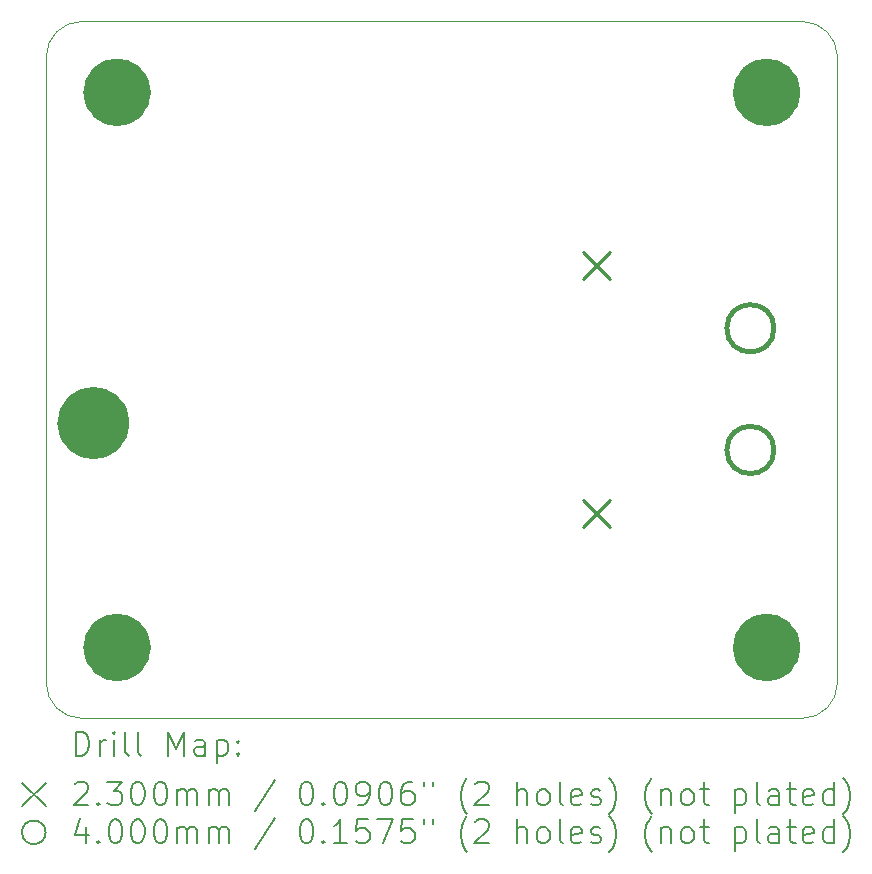
<source format=gbr>
%TF.GenerationSoftware,KiCad,Pcbnew,(6.0.8)*%
%TF.CreationDate,2022-10-08T19:14:47-07:00*%
%TF.ProjectId,opnsense-gps-pps,6f706e73-656e-4736-952d-6770732d7070,rev?*%
%TF.SameCoordinates,Original*%
%TF.FileFunction,Drillmap*%
%TF.FilePolarity,Positive*%
%FSLAX45Y45*%
G04 Gerber Fmt 4.5, Leading zero omitted, Abs format (unit mm)*
G04 Created by KiCad (PCBNEW (6.0.8)) date 2022-10-08 19:14:47*
%MOMM*%
%LPD*%
G01*
G04 APERTURE LIST*
%ADD10C,2.850000*%
%ADD11C,0.100000*%
%ADD12C,3.075000*%
%ADD13C,0.200000*%
%ADD14C,0.230000*%
%ADD15C,0.400000*%
G04 APERTURE END LIST*
D10*
X7142500Y-5000000D02*
G75*
G03*
X7142500Y-5000000I-142500J0D01*
G01*
X7142500Y-9700000D02*
G75*
G03*
X7142500Y-9700000I-142500J0D01*
G01*
X12642500Y-9700000D02*
G75*
G03*
X12642500Y-9700000I-142500J0D01*
G01*
D11*
X6700000Y-4400000D02*
X12800000Y-4400000D01*
X6400000Y-10000000D02*
X6400000Y-4700000D01*
X12800000Y-10300000D02*
X6700000Y-10300000D01*
X13100000Y-4700000D02*
X13100000Y-10000000D01*
X12800000Y-10300000D02*
G75*
G03*
X13100000Y-10000000I0J300000D01*
G01*
X6400000Y-10000000D02*
G75*
G03*
X6700000Y-10300000I300000J0D01*
G01*
X6700000Y-4400000D02*
G75*
G03*
X6400000Y-4700000I0J-300000D01*
G01*
X13100000Y-4700000D02*
G75*
G03*
X12800000Y-4400000I-300000J0D01*
G01*
D12*
X6953750Y-7800000D02*
G75*
G03*
X6953750Y-7800000I-153750J0D01*
G01*
D10*
X12642500Y-5000000D02*
G75*
G03*
X12642500Y-5000000I-142500J0D01*
G01*
D13*
D14*
X10947500Y-6347500D02*
X11177500Y-6577500D01*
X11177500Y-6347500D02*
X10947500Y-6577500D01*
X10947500Y-8447500D02*
X11177500Y-8677500D01*
X11177500Y-8447500D02*
X10947500Y-8677500D01*
D15*
X12562500Y-6997500D02*
G75*
G03*
X12562500Y-6997500I-200000J0D01*
G01*
X12562500Y-8027500D02*
G75*
G03*
X12562500Y-8027500I-200000J0D01*
G01*
D13*
X6652619Y-10615476D02*
X6652619Y-10415476D01*
X6700238Y-10415476D01*
X6728809Y-10425000D01*
X6747857Y-10444048D01*
X6757381Y-10463095D01*
X6766905Y-10501190D01*
X6766905Y-10529762D01*
X6757381Y-10567857D01*
X6747857Y-10586905D01*
X6728809Y-10605952D01*
X6700238Y-10615476D01*
X6652619Y-10615476D01*
X6852619Y-10615476D02*
X6852619Y-10482143D01*
X6852619Y-10520238D02*
X6862143Y-10501190D01*
X6871667Y-10491667D01*
X6890714Y-10482143D01*
X6909762Y-10482143D01*
X6976428Y-10615476D02*
X6976428Y-10482143D01*
X6976428Y-10415476D02*
X6966905Y-10425000D01*
X6976428Y-10434524D01*
X6985952Y-10425000D01*
X6976428Y-10415476D01*
X6976428Y-10434524D01*
X7100238Y-10615476D02*
X7081190Y-10605952D01*
X7071667Y-10586905D01*
X7071667Y-10415476D01*
X7205000Y-10615476D02*
X7185952Y-10605952D01*
X7176428Y-10586905D01*
X7176428Y-10415476D01*
X7433571Y-10615476D02*
X7433571Y-10415476D01*
X7500238Y-10558333D01*
X7566905Y-10415476D01*
X7566905Y-10615476D01*
X7747857Y-10615476D02*
X7747857Y-10510714D01*
X7738333Y-10491667D01*
X7719286Y-10482143D01*
X7681190Y-10482143D01*
X7662143Y-10491667D01*
X7747857Y-10605952D02*
X7728809Y-10615476D01*
X7681190Y-10615476D01*
X7662143Y-10605952D01*
X7652619Y-10586905D01*
X7652619Y-10567857D01*
X7662143Y-10548810D01*
X7681190Y-10539286D01*
X7728809Y-10539286D01*
X7747857Y-10529762D01*
X7843095Y-10482143D02*
X7843095Y-10682143D01*
X7843095Y-10491667D02*
X7862143Y-10482143D01*
X7900238Y-10482143D01*
X7919286Y-10491667D01*
X7928809Y-10501190D01*
X7938333Y-10520238D01*
X7938333Y-10577381D01*
X7928809Y-10596429D01*
X7919286Y-10605952D01*
X7900238Y-10615476D01*
X7862143Y-10615476D01*
X7843095Y-10605952D01*
X8024048Y-10596429D02*
X8033571Y-10605952D01*
X8024048Y-10615476D01*
X8014524Y-10605952D01*
X8024048Y-10596429D01*
X8024048Y-10615476D01*
X8024048Y-10491667D02*
X8033571Y-10501190D01*
X8024048Y-10510714D01*
X8014524Y-10501190D01*
X8024048Y-10491667D01*
X8024048Y-10510714D01*
X6195000Y-10845000D02*
X6395000Y-11045000D01*
X6395000Y-10845000D02*
X6195000Y-11045000D01*
X6643095Y-10854524D02*
X6652619Y-10845000D01*
X6671667Y-10835476D01*
X6719286Y-10835476D01*
X6738333Y-10845000D01*
X6747857Y-10854524D01*
X6757381Y-10873571D01*
X6757381Y-10892619D01*
X6747857Y-10921190D01*
X6633571Y-11035476D01*
X6757381Y-11035476D01*
X6843095Y-11016429D02*
X6852619Y-11025952D01*
X6843095Y-11035476D01*
X6833571Y-11025952D01*
X6843095Y-11016429D01*
X6843095Y-11035476D01*
X6919286Y-10835476D02*
X7043095Y-10835476D01*
X6976428Y-10911667D01*
X7005000Y-10911667D01*
X7024048Y-10921190D01*
X7033571Y-10930714D01*
X7043095Y-10949762D01*
X7043095Y-10997381D01*
X7033571Y-11016429D01*
X7024048Y-11025952D01*
X7005000Y-11035476D01*
X6947857Y-11035476D01*
X6928809Y-11025952D01*
X6919286Y-11016429D01*
X7166905Y-10835476D02*
X7185952Y-10835476D01*
X7205000Y-10845000D01*
X7214524Y-10854524D01*
X7224048Y-10873571D01*
X7233571Y-10911667D01*
X7233571Y-10959286D01*
X7224048Y-10997381D01*
X7214524Y-11016429D01*
X7205000Y-11025952D01*
X7185952Y-11035476D01*
X7166905Y-11035476D01*
X7147857Y-11025952D01*
X7138333Y-11016429D01*
X7128809Y-10997381D01*
X7119286Y-10959286D01*
X7119286Y-10911667D01*
X7128809Y-10873571D01*
X7138333Y-10854524D01*
X7147857Y-10845000D01*
X7166905Y-10835476D01*
X7357381Y-10835476D02*
X7376428Y-10835476D01*
X7395476Y-10845000D01*
X7405000Y-10854524D01*
X7414524Y-10873571D01*
X7424048Y-10911667D01*
X7424048Y-10959286D01*
X7414524Y-10997381D01*
X7405000Y-11016429D01*
X7395476Y-11025952D01*
X7376428Y-11035476D01*
X7357381Y-11035476D01*
X7338333Y-11025952D01*
X7328809Y-11016429D01*
X7319286Y-10997381D01*
X7309762Y-10959286D01*
X7309762Y-10911667D01*
X7319286Y-10873571D01*
X7328809Y-10854524D01*
X7338333Y-10845000D01*
X7357381Y-10835476D01*
X7509762Y-11035476D02*
X7509762Y-10902143D01*
X7509762Y-10921190D02*
X7519286Y-10911667D01*
X7538333Y-10902143D01*
X7566905Y-10902143D01*
X7585952Y-10911667D01*
X7595476Y-10930714D01*
X7595476Y-11035476D01*
X7595476Y-10930714D02*
X7605000Y-10911667D01*
X7624048Y-10902143D01*
X7652619Y-10902143D01*
X7671667Y-10911667D01*
X7681190Y-10930714D01*
X7681190Y-11035476D01*
X7776428Y-11035476D02*
X7776428Y-10902143D01*
X7776428Y-10921190D02*
X7785952Y-10911667D01*
X7805000Y-10902143D01*
X7833571Y-10902143D01*
X7852619Y-10911667D01*
X7862143Y-10930714D01*
X7862143Y-11035476D01*
X7862143Y-10930714D02*
X7871667Y-10911667D01*
X7890714Y-10902143D01*
X7919286Y-10902143D01*
X7938333Y-10911667D01*
X7947857Y-10930714D01*
X7947857Y-11035476D01*
X8338333Y-10825952D02*
X8166905Y-11083095D01*
X8595476Y-10835476D02*
X8614524Y-10835476D01*
X8633571Y-10845000D01*
X8643095Y-10854524D01*
X8652619Y-10873571D01*
X8662143Y-10911667D01*
X8662143Y-10959286D01*
X8652619Y-10997381D01*
X8643095Y-11016429D01*
X8633571Y-11025952D01*
X8614524Y-11035476D01*
X8595476Y-11035476D01*
X8576429Y-11025952D01*
X8566905Y-11016429D01*
X8557381Y-10997381D01*
X8547857Y-10959286D01*
X8547857Y-10911667D01*
X8557381Y-10873571D01*
X8566905Y-10854524D01*
X8576429Y-10845000D01*
X8595476Y-10835476D01*
X8747857Y-11016429D02*
X8757381Y-11025952D01*
X8747857Y-11035476D01*
X8738333Y-11025952D01*
X8747857Y-11016429D01*
X8747857Y-11035476D01*
X8881190Y-10835476D02*
X8900238Y-10835476D01*
X8919286Y-10845000D01*
X8928810Y-10854524D01*
X8938333Y-10873571D01*
X8947857Y-10911667D01*
X8947857Y-10959286D01*
X8938333Y-10997381D01*
X8928810Y-11016429D01*
X8919286Y-11025952D01*
X8900238Y-11035476D01*
X8881190Y-11035476D01*
X8862143Y-11025952D01*
X8852619Y-11016429D01*
X8843095Y-10997381D01*
X8833571Y-10959286D01*
X8833571Y-10911667D01*
X8843095Y-10873571D01*
X8852619Y-10854524D01*
X8862143Y-10845000D01*
X8881190Y-10835476D01*
X9043095Y-11035476D02*
X9081190Y-11035476D01*
X9100238Y-11025952D01*
X9109762Y-11016429D01*
X9128810Y-10987857D01*
X9138333Y-10949762D01*
X9138333Y-10873571D01*
X9128810Y-10854524D01*
X9119286Y-10845000D01*
X9100238Y-10835476D01*
X9062143Y-10835476D01*
X9043095Y-10845000D01*
X9033571Y-10854524D01*
X9024048Y-10873571D01*
X9024048Y-10921190D01*
X9033571Y-10940238D01*
X9043095Y-10949762D01*
X9062143Y-10959286D01*
X9100238Y-10959286D01*
X9119286Y-10949762D01*
X9128810Y-10940238D01*
X9138333Y-10921190D01*
X9262143Y-10835476D02*
X9281190Y-10835476D01*
X9300238Y-10845000D01*
X9309762Y-10854524D01*
X9319286Y-10873571D01*
X9328810Y-10911667D01*
X9328810Y-10959286D01*
X9319286Y-10997381D01*
X9309762Y-11016429D01*
X9300238Y-11025952D01*
X9281190Y-11035476D01*
X9262143Y-11035476D01*
X9243095Y-11025952D01*
X9233571Y-11016429D01*
X9224048Y-10997381D01*
X9214524Y-10959286D01*
X9214524Y-10911667D01*
X9224048Y-10873571D01*
X9233571Y-10854524D01*
X9243095Y-10845000D01*
X9262143Y-10835476D01*
X9500238Y-10835476D02*
X9462143Y-10835476D01*
X9443095Y-10845000D01*
X9433571Y-10854524D01*
X9414524Y-10883095D01*
X9405000Y-10921190D01*
X9405000Y-10997381D01*
X9414524Y-11016429D01*
X9424048Y-11025952D01*
X9443095Y-11035476D01*
X9481190Y-11035476D01*
X9500238Y-11025952D01*
X9509762Y-11016429D01*
X9519286Y-10997381D01*
X9519286Y-10949762D01*
X9509762Y-10930714D01*
X9500238Y-10921190D01*
X9481190Y-10911667D01*
X9443095Y-10911667D01*
X9424048Y-10921190D01*
X9414524Y-10930714D01*
X9405000Y-10949762D01*
X9595476Y-10835476D02*
X9595476Y-10873571D01*
X9671667Y-10835476D02*
X9671667Y-10873571D01*
X9966905Y-11111667D02*
X9957381Y-11102143D01*
X9938333Y-11073571D01*
X9928810Y-11054524D01*
X9919286Y-11025952D01*
X9909762Y-10978333D01*
X9909762Y-10940238D01*
X9919286Y-10892619D01*
X9928810Y-10864048D01*
X9938333Y-10845000D01*
X9957381Y-10816429D01*
X9966905Y-10806905D01*
X10033571Y-10854524D02*
X10043095Y-10845000D01*
X10062143Y-10835476D01*
X10109762Y-10835476D01*
X10128810Y-10845000D01*
X10138333Y-10854524D01*
X10147857Y-10873571D01*
X10147857Y-10892619D01*
X10138333Y-10921190D01*
X10024048Y-11035476D01*
X10147857Y-11035476D01*
X10385952Y-11035476D02*
X10385952Y-10835476D01*
X10471667Y-11035476D02*
X10471667Y-10930714D01*
X10462143Y-10911667D01*
X10443095Y-10902143D01*
X10414524Y-10902143D01*
X10395476Y-10911667D01*
X10385952Y-10921190D01*
X10595476Y-11035476D02*
X10576429Y-11025952D01*
X10566905Y-11016429D01*
X10557381Y-10997381D01*
X10557381Y-10940238D01*
X10566905Y-10921190D01*
X10576429Y-10911667D01*
X10595476Y-10902143D01*
X10624048Y-10902143D01*
X10643095Y-10911667D01*
X10652619Y-10921190D01*
X10662143Y-10940238D01*
X10662143Y-10997381D01*
X10652619Y-11016429D01*
X10643095Y-11025952D01*
X10624048Y-11035476D01*
X10595476Y-11035476D01*
X10776429Y-11035476D02*
X10757381Y-11025952D01*
X10747857Y-11006905D01*
X10747857Y-10835476D01*
X10928810Y-11025952D02*
X10909762Y-11035476D01*
X10871667Y-11035476D01*
X10852619Y-11025952D01*
X10843095Y-11006905D01*
X10843095Y-10930714D01*
X10852619Y-10911667D01*
X10871667Y-10902143D01*
X10909762Y-10902143D01*
X10928810Y-10911667D01*
X10938333Y-10930714D01*
X10938333Y-10949762D01*
X10843095Y-10968810D01*
X11014524Y-11025952D02*
X11033571Y-11035476D01*
X11071667Y-11035476D01*
X11090714Y-11025952D01*
X11100238Y-11006905D01*
X11100238Y-10997381D01*
X11090714Y-10978333D01*
X11071667Y-10968810D01*
X11043095Y-10968810D01*
X11024048Y-10959286D01*
X11014524Y-10940238D01*
X11014524Y-10930714D01*
X11024048Y-10911667D01*
X11043095Y-10902143D01*
X11071667Y-10902143D01*
X11090714Y-10911667D01*
X11166905Y-11111667D02*
X11176429Y-11102143D01*
X11195476Y-11073571D01*
X11205000Y-11054524D01*
X11214524Y-11025952D01*
X11224048Y-10978333D01*
X11224048Y-10940238D01*
X11214524Y-10892619D01*
X11205000Y-10864048D01*
X11195476Y-10845000D01*
X11176429Y-10816429D01*
X11166905Y-10806905D01*
X11528809Y-11111667D02*
X11519286Y-11102143D01*
X11500238Y-11073571D01*
X11490714Y-11054524D01*
X11481190Y-11025952D01*
X11471667Y-10978333D01*
X11471667Y-10940238D01*
X11481190Y-10892619D01*
X11490714Y-10864048D01*
X11500238Y-10845000D01*
X11519286Y-10816429D01*
X11528809Y-10806905D01*
X11605000Y-10902143D02*
X11605000Y-11035476D01*
X11605000Y-10921190D02*
X11614524Y-10911667D01*
X11633571Y-10902143D01*
X11662143Y-10902143D01*
X11681190Y-10911667D01*
X11690714Y-10930714D01*
X11690714Y-11035476D01*
X11814524Y-11035476D02*
X11795476Y-11025952D01*
X11785952Y-11016429D01*
X11776428Y-10997381D01*
X11776428Y-10940238D01*
X11785952Y-10921190D01*
X11795476Y-10911667D01*
X11814524Y-10902143D01*
X11843095Y-10902143D01*
X11862143Y-10911667D01*
X11871667Y-10921190D01*
X11881190Y-10940238D01*
X11881190Y-10997381D01*
X11871667Y-11016429D01*
X11862143Y-11025952D01*
X11843095Y-11035476D01*
X11814524Y-11035476D01*
X11938333Y-10902143D02*
X12014524Y-10902143D01*
X11966905Y-10835476D02*
X11966905Y-11006905D01*
X11976428Y-11025952D01*
X11995476Y-11035476D01*
X12014524Y-11035476D01*
X12233571Y-10902143D02*
X12233571Y-11102143D01*
X12233571Y-10911667D02*
X12252619Y-10902143D01*
X12290714Y-10902143D01*
X12309762Y-10911667D01*
X12319286Y-10921190D01*
X12328809Y-10940238D01*
X12328809Y-10997381D01*
X12319286Y-11016429D01*
X12309762Y-11025952D01*
X12290714Y-11035476D01*
X12252619Y-11035476D01*
X12233571Y-11025952D01*
X12443095Y-11035476D02*
X12424048Y-11025952D01*
X12414524Y-11006905D01*
X12414524Y-10835476D01*
X12605000Y-11035476D02*
X12605000Y-10930714D01*
X12595476Y-10911667D01*
X12576428Y-10902143D01*
X12538333Y-10902143D01*
X12519286Y-10911667D01*
X12605000Y-11025952D02*
X12585952Y-11035476D01*
X12538333Y-11035476D01*
X12519286Y-11025952D01*
X12509762Y-11006905D01*
X12509762Y-10987857D01*
X12519286Y-10968810D01*
X12538333Y-10959286D01*
X12585952Y-10959286D01*
X12605000Y-10949762D01*
X12671667Y-10902143D02*
X12747857Y-10902143D01*
X12700238Y-10835476D02*
X12700238Y-11006905D01*
X12709762Y-11025952D01*
X12728809Y-11035476D01*
X12747857Y-11035476D01*
X12890714Y-11025952D02*
X12871667Y-11035476D01*
X12833571Y-11035476D01*
X12814524Y-11025952D01*
X12805000Y-11006905D01*
X12805000Y-10930714D01*
X12814524Y-10911667D01*
X12833571Y-10902143D01*
X12871667Y-10902143D01*
X12890714Y-10911667D01*
X12900238Y-10930714D01*
X12900238Y-10949762D01*
X12805000Y-10968810D01*
X13071667Y-11035476D02*
X13071667Y-10835476D01*
X13071667Y-11025952D02*
X13052619Y-11035476D01*
X13014524Y-11035476D01*
X12995476Y-11025952D01*
X12985952Y-11016429D01*
X12976428Y-10997381D01*
X12976428Y-10940238D01*
X12985952Y-10921190D01*
X12995476Y-10911667D01*
X13014524Y-10902143D01*
X13052619Y-10902143D01*
X13071667Y-10911667D01*
X13147857Y-11111667D02*
X13157381Y-11102143D01*
X13176428Y-11073571D01*
X13185952Y-11054524D01*
X13195476Y-11025952D01*
X13205000Y-10978333D01*
X13205000Y-10940238D01*
X13195476Y-10892619D01*
X13185952Y-10864048D01*
X13176428Y-10845000D01*
X13157381Y-10816429D01*
X13147857Y-10806905D01*
X6395000Y-11265000D02*
G75*
G03*
X6395000Y-11265000I-100000J0D01*
G01*
X6738333Y-11222143D02*
X6738333Y-11355476D01*
X6690714Y-11145952D02*
X6643095Y-11288809D01*
X6766905Y-11288809D01*
X6843095Y-11336428D02*
X6852619Y-11345952D01*
X6843095Y-11355476D01*
X6833571Y-11345952D01*
X6843095Y-11336428D01*
X6843095Y-11355476D01*
X6976428Y-11155476D02*
X6995476Y-11155476D01*
X7014524Y-11165000D01*
X7024048Y-11174524D01*
X7033571Y-11193571D01*
X7043095Y-11231667D01*
X7043095Y-11279286D01*
X7033571Y-11317381D01*
X7024048Y-11336428D01*
X7014524Y-11345952D01*
X6995476Y-11355476D01*
X6976428Y-11355476D01*
X6957381Y-11345952D01*
X6947857Y-11336428D01*
X6938333Y-11317381D01*
X6928809Y-11279286D01*
X6928809Y-11231667D01*
X6938333Y-11193571D01*
X6947857Y-11174524D01*
X6957381Y-11165000D01*
X6976428Y-11155476D01*
X7166905Y-11155476D02*
X7185952Y-11155476D01*
X7205000Y-11165000D01*
X7214524Y-11174524D01*
X7224048Y-11193571D01*
X7233571Y-11231667D01*
X7233571Y-11279286D01*
X7224048Y-11317381D01*
X7214524Y-11336428D01*
X7205000Y-11345952D01*
X7185952Y-11355476D01*
X7166905Y-11355476D01*
X7147857Y-11345952D01*
X7138333Y-11336428D01*
X7128809Y-11317381D01*
X7119286Y-11279286D01*
X7119286Y-11231667D01*
X7128809Y-11193571D01*
X7138333Y-11174524D01*
X7147857Y-11165000D01*
X7166905Y-11155476D01*
X7357381Y-11155476D02*
X7376428Y-11155476D01*
X7395476Y-11165000D01*
X7405000Y-11174524D01*
X7414524Y-11193571D01*
X7424048Y-11231667D01*
X7424048Y-11279286D01*
X7414524Y-11317381D01*
X7405000Y-11336428D01*
X7395476Y-11345952D01*
X7376428Y-11355476D01*
X7357381Y-11355476D01*
X7338333Y-11345952D01*
X7328809Y-11336428D01*
X7319286Y-11317381D01*
X7309762Y-11279286D01*
X7309762Y-11231667D01*
X7319286Y-11193571D01*
X7328809Y-11174524D01*
X7338333Y-11165000D01*
X7357381Y-11155476D01*
X7509762Y-11355476D02*
X7509762Y-11222143D01*
X7509762Y-11241190D02*
X7519286Y-11231667D01*
X7538333Y-11222143D01*
X7566905Y-11222143D01*
X7585952Y-11231667D01*
X7595476Y-11250714D01*
X7595476Y-11355476D01*
X7595476Y-11250714D02*
X7605000Y-11231667D01*
X7624048Y-11222143D01*
X7652619Y-11222143D01*
X7671667Y-11231667D01*
X7681190Y-11250714D01*
X7681190Y-11355476D01*
X7776428Y-11355476D02*
X7776428Y-11222143D01*
X7776428Y-11241190D02*
X7785952Y-11231667D01*
X7805000Y-11222143D01*
X7833571Y-11222143D01*
X7852619Y-11231667D01*
X7862143Y-11250714D01*
X7862143Y-11355476D01*
X7862143Y-11250714D02*
X7871667Y-11231667D01*
X7890714Y-11222143D01*
X7919286Y-11222143D01*
X7938333Y-11231667D01*
X7947857Y-11250714D01*
X7947857Y-11355476D01*
X8338333Y-11145952D02*
X8166905Y-11403095D01*
X8595476Y-11155476D02*
X8614524Y-11155476D01*
X8633571Y-11165000D01*
X8643095Y-11174524D01*
X8652619Y-11193571D01*
X8662143Y-11231667D01*
X8662143Y-11279286D01*
X8652619Y-11317381D01*
X8643095Y-11336428D01*
X8633571Y-11345952D01*
X8614524Y-11355476D01*
X8595476Y-11355476D01*
X8576429Y-11345952D01*
X8566905Y-11336428D01*
X8557381Y-11317381D01*
X8547857Y-11279286D01*
X8547857Y-11231667D01*
X8557381Y-11193571D01*
X8566905Y-11174524D01*
X8576429Y-11165000D01*
X8595476Y-11155476D01*
X8747857Y-11336428D02*
X8757381Y-11345952D01*
X8747857Y-11355476D01*
X8738333Y-11345952D01*
X8747857Y-11336428D01*
X8747857Y-11355476D01*
X8947857Y-11355476D02*
X8833571Y-11355476D01*
X8890714Y-11355476D02*
X8890714Y-11155476D01*
X8871667Y-11184048D01*
X8852619Y-11203095D01*
X8833571Y-11212619D01*
X9128810Y-11155476D02*
X9033571Y-11155476D01*
X9024048Y-11250714D01*
X9033571Y-11241190D01*
X9052619Y-11231667D01*
X9100238Y-11231667D01*
X9119286Y-11241190D01*
X9128810Y-11250714D01*
X9138333Y-11269762D01*
X9138333Y-11317381D01*
X9128810Y-11336428D01*
X9119286Y-11345952D01*
X9100238Y-11355476D01*
X9052619Y-11355476D01*
X9033571Y-11345952D01*
X9024048Y-11336428D01*
X9205000Y-11155476D02*
X9338333Y-11155476D01*
X9252619Y-11355476D01*
X9509762Y-11155476D02*
X9414524Y-11155476D01*
X9405000Y-11250714D01*
X9414524Y-11241190D01*
X9433571Y-11231667D01*
X9481190Y-11231667D01*
X9500238Y-11241190D01*
X9509762Y-11250714D01*
X9519286Y-11269762D01*
X9519286Y-11317381D01*
X9509762Y-11336428D01*
X9500238Y-11345952D01*
X9481190Y-11355476D01*
X9433571Y-11355476D01*
X9414524Y-11345952D01*
X9405000Y-11336428D01*
X9595476Y-11155476D02*
X9595476Y-11193571D01*
X9671667Y-11155476D02*
X9671667Y-11193571D01*
X9966905Y-11431667D02*
X9957381Y-11422143D01*
X9938333Y-11393571D01*
X9928810Y-11374524D01*
X9919286Y-11345952D01*
X9909762Y-11298333D01*
X9909762Y-11260238D01*
X9919286Y-11212619D01*
X9928810Y-11184048D01*
X9938333Y-11165000D01*
X9957381Y-11136429D01*
X9966905Y-11126905D01*
X10033571Y-11174524D02*
X10043095Y-11165000D01*
X10062143Y-11155476D01*
X10109762Y-11155476D01*
X10128810Y-11165000D01*
X10138333Y-11174524D01*
X10147857Y-11193571D01*
X10147857Y-11212619D01*
X10138333Y-11241190D01*
X10024048Y-11355476D01*
X10147857Y-11355476D01*
X10385952Y-11355476D02*
X10385952Y-11155476D01*
X10471667Y-11355476D02*
X10471667Y-11250714D01*
X10462143Y-11231667D01*
X10443095Y-11222143D01*
X10414524Y-11222143D01*
X10395476Y-11231667D01*
X10385952Y-11241190D01*
X10595476Y-11355476D02*
X10576429Y-11345952D01*
X10566905Y-11336428D01*
X10557381Y-11317381D01*
X10557381Y-11260238D01*
X10566905Y-11241190D01*
X10576429Y-11231667D01*
X10595476Y-11222143D01*
X10624048Y-11222143D01*
X10643095Y-11231667D01*
X10652619Y-11241190D01*
X10662143Y-11260238D01*
X10662143Y-11317381D01*
X10652619Y-11336428D01*
X10643095Y-11345952D01*
X10624048Y-11355476D01*
X10595476Y-11355476D01*
X10776429Y-11355476D02*
X10757381Y-11345952D01*
X10747857Y-11326905D01*
X10747857Y-11155476D01*
X10928810Y-11345952D02*
X10909762Y-11355476D01*
X10871667Y-11355476D01*
X10852619Y-11345952D01*
X10843095Y-11326905D01*
X10843095Y-11250714D01*
X10852619Y-11231667D01*
X10871667Y-11222143D01*
X10909762Y-11222143D01*
X10928810Y-11231667D01*
X10938333Y-11250714D01*
X10938333Y-11269762D01*
X10843095Y-11288809D01*
X11014524Y-11345952D02*
X11033571Y-11355476D01*
X11071667Y-11355476D01*
X11090714Y-11345952D01*
X11100238Y-11326905D01*
X11100238Y-11317381D01*
X11090714Y-11298333D01*
X11071667Y-11288809D01*
X11043095Y-11288809D01*
X11024048Y-11279286D01*
X11014524Y-11260238D01*
X11014524Y-11250714D01*
X11024048Y-11231667D01*
X11043095Y-11222143D01*
X11071667Y-11222143D01*
X11090714Y-11231667D01*
X11166905Y-11431667D02*
X11176429Y-11422143D01*
X11195476Y-11393571D01*
X11205000Y-11374524D01*
X11214524Y-11345952D01*
X11224048Y-11298333D01*
X11224048Y-11260238D01*
X11214524Y-11212619D01*
X11205000Y-11184048D01*
X11195476Y-11165000D01*
X11176429Y-11136429D01*
X11166905Y-11126905D01*
X11528809Y-11431667D02*
X11519286Y-11422143D01*
X11500238Y-11393571D01*
X11490714Y-11374524D01*
X11481190Y-11345952D01*
X11471667Y-11298333D01*
X11471667Y-11260238D01*
X11481190Y-11212619D01*
X11490714Y-11184048D01*
X11500238Y-11165000D01*
X11519286Y-11136429D01*
X11528809Y-11126905D01*
X11605000Y-11222143D02*
X11605000Y-11355476D01*
X11605000Y-11241190D02*
X11614524Y-11231667D01*
X11633571Y-11222143D01*
X11662143Y-11222143D01*
X11681190Y-11231667D01*
X11690714Y-11250714D01*
X11690714Y-11355476D01*
X11814524Y-11355476D02*
X11795476Y-11345952D01*
X11785952Y-11336428D01*
X11776428Y-11317381D01*
X11776428Y-11260238D01*
X11785952Y-11241190D01*
X11795476Y-11231667D01*
X11814524Y-11222143D01*
X11843095Y-11222143D01*
X11862143Y-11231667D01*
X11871667Y-11241190D01*
X11881190Y-11260238D01*
X11881190Y-11317381D01*
X11871667Y-11336428D01*
X11862143Y-11345952D01*
X11843095Y-11355476D01*
X11814524Y-11355476D01*
X11938333Y-11222143D02*
X12014524Y-11222143D01*
X11966905Y-11155476D02*
X11966905Y-11326905D01*
X11976428Y-11345952D01*
X11995476Y-11355476D01*
X12014524Y-11355476D01*
X12233571Y-11222143D02*
X12233571Y-11422143D01*
X12233571Y-11231667D02*
X12252619Y-11222143D01*
X12290714Y-11222143D01*
X12309762Y-11231667D01*
X12319286Y-11241190D01*
X12328809Y-11260238D01*
X12328809Y-11317381D01*
X12319286Y-11336428D01*
X12309762Y-11345952D01*
X12290714Y-11355476D01*
X12252619Y-11355476D01*
X12233571Y-11345952D01*
X12443095Y-11355476D02*
X12424048Y-11345952D01*
X12414524Y-11326905D01*
X12414524Y-11155476D01*
X12605000Y-11355476D02*
X12605000Y-11250714D01*
X12595476Y-11231667D01*
X12576428Y-11222143D01*
X12538333Y-11222143D01*
X12519286Y-11231667D01*
X12605000Y-11345952D02*
X12585952Y-11355476D01*
X12538333Y-11355476D01*
X12519286Y-11345952D01*
X12509762Y-11326905D01*
X12509762Y-11307857D01*
X12519286Y-11288809D01*
X12538333Y-11279286D01*
X12585952Y-11279286D01*
X12605000Y-11269762D01*
X12671667Y-11222143D02*
X12747857Y-11222143D01*
X12700238Y-11155476D02*
X12700238Y-11326905D01*
X12709762Y-11345952D01*
X12728809Y-11355476D01*
X12747857Y-11355476D01*
X12890714Y-11345952D02*
X12871667Y-11355476D01*
X12833571Y-11355476D01*
X12814524Y-11345952D01*
X12805000Y-11326905D01*
X12805000Y-11250714D01*
X12814524Y-11231667D01*
X12833571Y-11222143D01*
X12871667Y-11222143D01*
X12890714Y-11231667D01*
X12900238Y-11250714D01*
X12900238Y-11269762D01*
X12805000Y-11288809D01*
X13071667Y-11355476D02*
X13071667Y-11155476D01*
X13071667Y-11345952D02*
X13052619Y-11355476D01*
X13014524Y-11355476D01*
X12995476Y-11345952D01*
X12985952Y-11336428D01*
X12976428Y-11317381D01*
X12976428Y-11260238D01*
X12985952Y-11241190D01*
X12995476Y-11231667D01*
X13014524Y-11222143D01*
X13052619Y-11222143D01*
X13071667Y-11231667D01*
X13147857Y-11431667D02*
X13157381Y-11422143D01*
X13176428Y-11393571D01*
X13185952Y-11374524D01*
X13195476Y-11345952D01*
X13205000Y-11298333D01*
X13205000Y-11260238D01*
X13195476Y-11212619D01*
X13185952Y-11184048D01*
X13176428Y-11165000D01*
X13157381Y-11136429D01*
X13147857Y-11126905D01*
M02*

</source>
